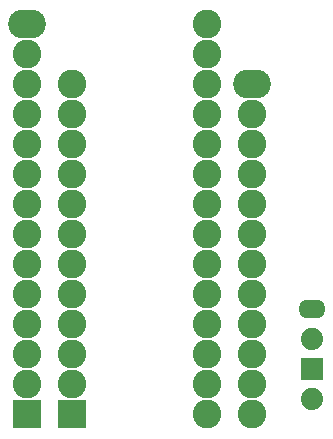
<source format=gbs>
G04 Layer: BottomSolderMaskLayer*
G04 EasyEDA v6.5.29, 2023-07-31 08:11:24*
G04 1ebaea4ae95649dd8011ffabadda3e85,10*
G04 Gerber Generator version 0.2*
G04 Scale: 100 percent, Rotated: No, Reflected: No *
G04 Dimensions in millimeters *
G04 leading zeros omitted , absolute positions ,4 integer and 5 decimal *
%FSLAX45Y45*%
%MOMM*%

%AMMACRO1*1,1,$1,$2,$3*1,1,$1,$4,$5*1,1,$1,0-$2,0-$3*1,1,$1,0-$4,0-$5*20,1,$1,$2,$3,$4,$5,0*20,1,$1,$4,$5,0-$2,0-$3,0*20,1,$1,0-$2,0-$3,0-$4,0-$5,0*20,1,$1,0-$4,0-$5,$2,$3,0*4,1,4,$2,$3,$4,$5,0-$2,0-$3,0-$4,0-$5,$2,$3,0*%
%ADD10O,3.2031940000000003X2.4231854000000004*%
%ADD11C,2.4232*%
%ADD12MACRO1,0.2032X-1.11X1.11X1.11X1.11*%
%ADD13C,1.8796*%
%ADD14R,1.8796X1.8796*%
%ADD15O,2.3015956X1.6015970000000002*%
%ADD16C,2.4262*%
%ADD17MACRO1,0.2032X1.1115X1.1115X1.1115X-1.1115*%
%ADD18O,3.2031940000000003X2.4262080000000004*%

%LPD*%
D10*
G01*
X254000Y-254000D03*
D11*
G01*
X254000Y-508000D03*
G01*
X254000Y-762000D03*
G01*
X254000Y-1016000D03*
G01*
X254000Y-1270000D03*
G01*
X254000Y-1524000D03*
G01*
X254000Y-1778000D03*
G01*
X254000Y-2032000D03*
G01*
X254000Y-2286000D03*
G01*
X254000Y-2540000D03*
G01*
X254000Y-2794000D03*
G01*
X254000Y-3048000D03*
G01*
X254000Y-3302000D03*
D12*
G01*
X254000Y-3556000D03*
D11*
G01*
X1778000Y-3556000D03*
G01*
X1778000Y-3302000D03*
G01*
X1778000Y-3048000D03*
G01*
X1778000Y-2794000D03*
G01*
X1778000Y-2540000D03*
G01*
X1778000Y-2286000D03*
G01*
X1778000Y-2032000D03*
G01*
X1778000Y-1778000D03*
G01*
X1778000Y-1524000D03*
G01*
X1778000Y-1270000D03*
G01*
X1778000Y-1016000D03*
G01*
X1778000Y-762000D03*
G01*
X1778000Y-508000D03*
G01*
X1778000Y-254000D03*
D13*
G01*
X2667000Y-3429000D03*
D14*
G01*
X2667000Y-3175000D03*
D13*
G01*
X2667000Y-2921000D03*
D15*
G01*
X2667000Y-2667000D03*
D16*
G01*
X635000Y-762000D03*
G01*
X635000Y-1016000D03*
G01*
X635000Y-1270000D03*
G01*
X635000Y-1524000D03*
G01*
X635000Y-1778000D03*
G01*
X635000Y-2032000D03*
G01*
X635000Y-2286000D03*
G01*
X635000Y-2540000D03*
G01*
X635000Y-2794000D03*
G01*
X635000Y-3048000D03*
G01*
X635000Y-3302000D03*
D17*
G01*
X635000Y-3556000D03*
D16*
G01*
X2159000Y-3556000D03*
G01*
X2159000Y-3302000D03*
G01*
X2159000Y-3048000D03*
G01*
X2159000Y-2794000D03*
G01*
X2159000Y-2540000D03*
G01*
X2159000Y-2286000D03*
G01*
X2159000Y-2032000D03*
G01*
X2159000Y-1778000D03*
G01*
X2159000Y-1524000D03*
G01*
X2159000Y-1270000D03*
G01*
X2159000Y-1016000D03*
D18*
G01*
X2159000Y-762000D03*
M02*

</source>
